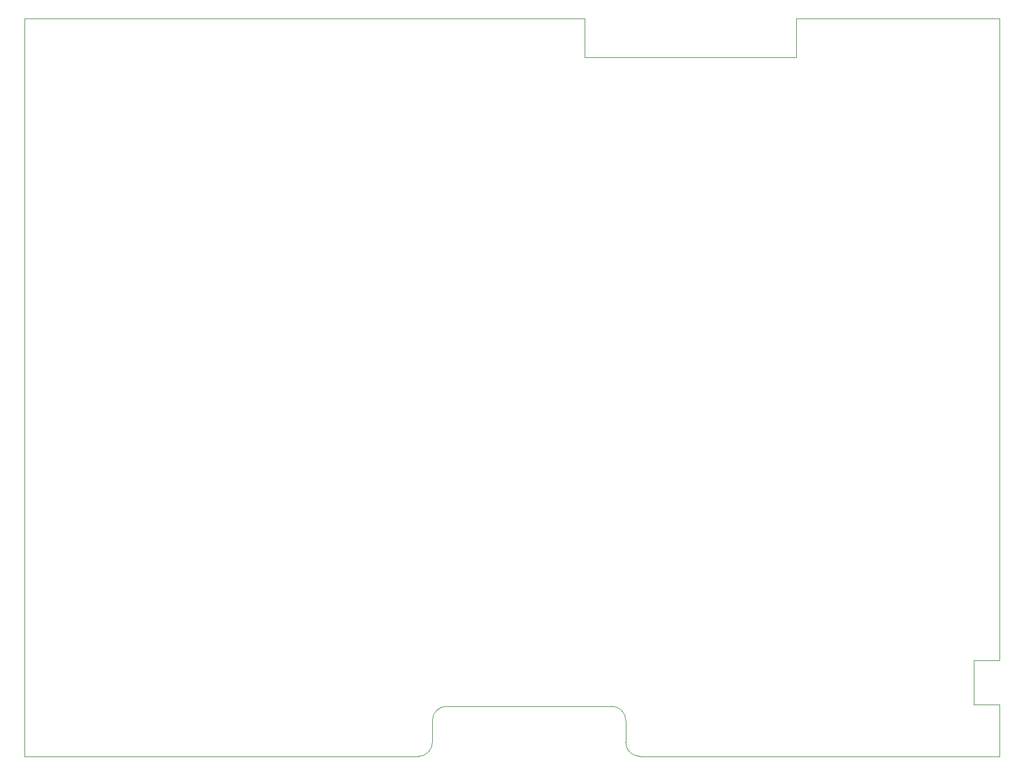
<source format=gm1>
G04 #@! TF.GenerationSoftware,KiCad,Pcbnew,7.0.9-7.0.9~ubuntu22.04.1*
G04 #@! TF.CreationDate,2024-02-01T16:34:57+01:00*
G04 #@! TF.ProjectId,v7-kaleido,76372d6b-616c-4656-9964-6f2e6b696361,1.0*
G04 #@! TF.SameCoordinates,Original*
G04 #@! TF.FileFunction,Profile,NP*
%FSLAX46Y46*%
G04 Gerber Fmt 4.6, Leading zero omitted, Abs format (unit mm)*
G04 Created by KiCad (PCBNEW 7.0.9-7.0.9~ubuntu22.04.1) date 2024-02-01 16:34:57*
%MOMM*%
%LPD*%
G01*
G04 APERTURE LIST*
G04 #@! TA.AperFunction,Profile*
%ADD10C,0.050000*%
G04 #@! TD*
G04 APERTURE END LIST*
D10*
X59879500Y-148606000D02*
X59879500Y-44000000D01*
X59879500Y-148600000D02*
X115650000Y-148600000D01*
X198000000Y-44000000D02*
X198000000Y-135000000D01*
X59879500Y-44000000D02*
X139200000Y-44000000D01*
X119650000Y-141500000D02*
G75*
G03*
X117650000Y-143500000I0J-2000000D01*
G01*
X198000000Y-141220000D02*
X198000000Y-148606000D01*
X194300000Y-135000000D02*
X194300000Y-141230000D01*
X117650000Y-146602893D02*
X117650000Y-143500000D01*
X115650000Y-148602900D02*
G75*
G03*
X117650000Y-146602893I0J2000000D01*
G01*
X145016207Y-146602893D02*
G75*
G03*
X147016214Y-148602893I1999993J-7D01*
G01*
X169200000Y-44000000D02*
X198000000Y-44000000D01*
X139200000Y-44000000D02*
X139200000Y-49450000D01*
X145016214Y-146602893D02*
X145035791Y-143504216D01*
X147016214Y-148602893D02*
X198000000Y-148606000D01*
X145035784Y-143504216D02*
G75*
G03*
X143035791Y-141504216I-1999984J16D01*
G01*
X194300000Y-141230000D02*
X198000000Y-141220000D01*
X143035791Y-141500000D02*
X119650000Y-141500000D01*
X169200000Y-49450000D02*
X169200000Y-44000000D01*
X198000000Y-135000000D02*
X194300000Y-135000000D01*
X139200000Y-49450000D02*
X169200000Y-49450000D01*
M02*

</source>
